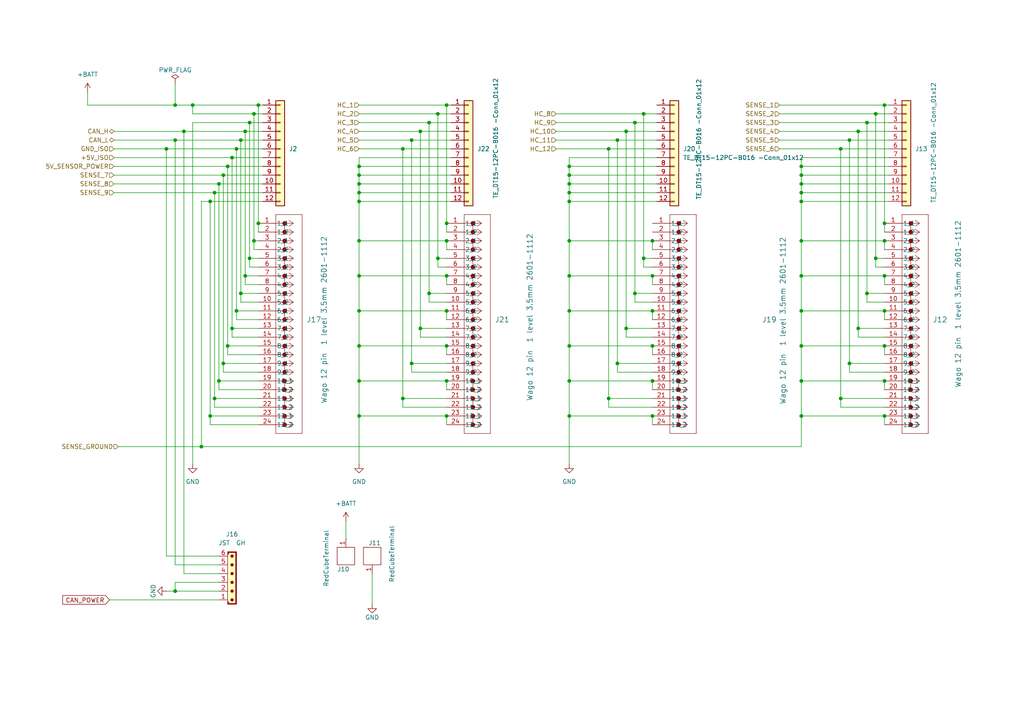
<source format=kicad_sch>
(kicad_sch (version 20250114) (generator "eeschema") (generator_version "9.0")
  (paper "A4")
  (title_block (title "l8"))
  (lib_symbols
    (symbol "dnt_global:Conn_JST_06"
      (property "Reference" "J" (at 0 -12.7 0))
      (property "Value" "JST  GH" (at 0 -10.16 0))
      (symbol "Conn_JST_06_0_1"
        (rectangle (start -1.27 7.62) (end 1.27 -7.62) (fill (type background)))
        (polyline (pts (xy -1.27 -6.858) (xy -1.27 -7.62) (xy 1.27 -7.62) (xy 1.27 -6.858) (xy 1.016 -6.858) (xy 1.016 -7.366) (xy -1.016 -7.366) (xy -1.016 -6.858) (xy -1.27 -6.858)) (fill (type outline)))
        (circle (center 0 6.35) (radius 0.381) (fill (type outline)))
        (circle (center 0 3.81) (radius 0.381) (fill (type outline)))
        (circle (center 0 1.27) (radius 0.381) (fill (type outline)))
        (circle (center 0 -1.27) (radius 0.381) (fill (type outline)))
        (circle (center 0 -3.81) (radius 0.381) (fill (type outline)))
        (circle (center 0 -6.35) (radius 0.381) (fill (type outline)))
        (rectangle (start 1.016 -6.858) (end 1.27 6.858) (fill (type outline)))
        (rectangle (start 1.016 -6.858) (end 1.27 -6.858))
        (polyline (pts (xy 1.27 6.858) (xy 1.27 7.62) (xy -1.27 7.62) (xy -1.27 6.858) (xy -1.016 6.858) (xy -1.016 7.366) (xy 1.016 7.366) (xy 1.016 6.858) (xy 1.27 6.858)) (fill (type outline)))
      )
      (symbol "Conn_JST_06_1_1"
        (pin passive line (at -3.81 6.35 0) (length 2.54) (name "") (number "1"))
        (pin passive line (at -3.81 3.81 0) (length 2.54) (name "") (number "2"))
        (pin passive line (at -3.81 1.27 0) (length 2.54) (name "") (number "3"))
        (pin passive line (at -3.81 -1.27 0) (length 2.54) (name "") (number "4"))
        (pin passive line (at -3.81 -3.81 0) (length 2.54) (name "") (number "5"))
        (pin passive line (at -3.81 -6.35 0) (length 2.54) (name "") (number "6"))
      )
    )
    (symbol "dnt_global:RedCubeTerminal" (pin_names (offset 1.016))
      (property "Reference" "J1" (at 5.08 -2.54 90))
      (property "Value" "RedCubeTerminal" (at -6.35 -5.715 0))
      (symbol "RedCubeTerminal_0_1"
        (rectangle (start -1.27 -2.54) (end 3.81 2.54))
      )
      (symbol "RedCubeTerminal_1_1"
        (pin passive line (at -3.81 0 0) (length 2.54) (name "~") (number "1"))
      )
    )
    (symbol "dnt_global:TE_DT15-12PC-B016-Conn_01x12" (pin_names (offset 1.016) (hide yes))
      (property "Reference" "J" (at 0 15.24 0))
      (property "Value" "TE_DT15-12PC-B016 -Conn_01x12" (at 0 -17.78 0))
      (symbol "TE_DT15-12PC-B016-Conn_01x12_1_1"
        (rectangle (start -1.27 13.97) (end 1.27 -16.51) (stroke (width 0.254)) (fill (type background)))
        (rectangle (start -1.27 12.827) (end 0 12.573) (stroke (width 0.1524)))
        (rectangle (start -1.27 10.287) (end 0 10.033) (stroke (width 0.1524)))
        (rectangle (start -1.27 7.747) (end 0 7.493) (stroke (width 0.1524)))
        (rectangle (start -1.27 5.207) (end 0 4.953) (stroke (width 0.1524)))
        (rectangle (start -1.27 2.667) (end 0 2.413) (stroke (width 0.1524)))
        (rectangle (start -1.27 0.127) (end 0 -0.127) (stroke (width 0.1524)))
        (rectangle (start -1.27 -2.413) (end 0 -2.667) (stroke (width 0.1524)))
        (rectangle (start -1.27 -4.953) (end 0 -5.207) (stroke (width 0.1524)))
        (rectangle (start -1.27 -7.493) (end 0 -7.747) (stroke (width 0.1524)))
        (rectangle (start -1.27 -10.033) (end 0 -10.287) (stroke (width 0.1524)))
        (rectangle (start -1.27 -12.573) (end 0 -12.827) (stroke (width 0.1524)))
        (rectangle (start -1.27 -15.113) (end 0 -15.367) (stroke (width 0.1524)))
        (pin passive line (at -5.08 12.7 0) (length 3.81) (name "Pin_1") (number "1"))
        (pin passive line (at -5.08 10.16 0) (length 3.81) (name "Pin_2") (number "2"))
        (pin passive line (at -5.08 7.62 0) (length 3.81) (name "Pin_3") (number "3"))
        (pin passive line (at -5.08 5.08 0) (length 3.81) (name "Pin_4") (number "4"))
        (pin passive line (at -5.08 2.54 0) (length 3.81) (name "Pin_5") (number "5"))
        (pin passive line (at -5.08 0 0) (length 3.81) (name "Pin_6") (number "6"))
        (pin passive line (at -5.08 -2.54 0) (length 3.81) (name "Pin_7") (number "7"))
        (pin passive line (at -5.08 -5.08 0) (length 3.81) (name "Pin_8") (number "8"))
        (pin passive line (at -5.08 -7.62 0) (length 3.81) (name "Pin_9") (number "9"))
        (pin passive line (at -5.08 -10.16 0) (length 3.81) (name "Pin_10") (number "10"))
        (pin passive line (at -5.08 -12.7 0) (length 3.81) (name "Pin_11") (number "11"))
        (pin passive line (at -5.08 -15.24 0) (length 3.81) (name "Pin_12") (number "12"))
      )
    )
    (symbol "dnt_global:Wago 12 Pin level 3.5mm 2601-1112" (pin_names (offset 0.254))
      (property "Reference" "J" (at 8.89 6.35 0))
      (property "Value" "Wago 12 pin  1 level 3.5mm 2601-1112" (at 0 0 0))
      (symbol "Wago 12 Pin level 3.5mm 2601-1112_1_1"
        (polyline (pts (xy 5.08 2.54) (xy 5.08 -60.96)) (stroke (width 0.127)))
        (polyline (pts (xy 5.08 -60.96) (xy 12.7 -60.96)) (stroke (width 0.127)))
        (polyline (pts (xy 7.62 0) (xy 7.62 -2.54)) (stroke (width 0.127)))
        (circle (center 7.62 0) (radius 0.127) (stroke (width 0.508)))
        (circle (center 7.62 -2.54) (radius 0.127) (stroke (width 0.508)))
        (polyline (pts (xy 7.62 -5.08) (xy 7.62 -7.62)) (stroke (width 0.127)))
        (circle (center 7.62 -5.08) (radius 0.127) (stroke (width 0.508)))
        (circle (center 7.62 -7.62) (radius 0.127) (stroke (width 0.508)))
        (polyline (pts (xy 7.62 -10.16) (xy 7.62 -12.7)) (stroke (width 0.127)))
        (circle (center 7.62 -10.16) (radius 0.127) (stroke (width 0.508)))
        (circle (center 7.62 -12.7) (radius 0.127) (stroke (width 0.508)))
        (polyline (pts (xy 7.62 -15.24) (xy 7.62 -17.78)) (stroke (width 0.127)))
        (circle (center 7.62 -15.24) (radius 0.127) (stroke (width 0.508)))
        (circle (center 7.62 -17.78) (radius 0.127) (stroke (width 0.508)))
        (polyline (pts (xy 7.62 -20.32) (xy 7.62 -22.86)) (stroke (width 0.127)))
        (circle (center 7.62 -20.32) (radius 0.127) (stroke (width 0.508)))
        (circle (center 7.62 -22.86) (radius 0.127) (stroke (width 0.508)))
        (polyline (pts (xy 7.62 -25.4) (xy 7.62 -27.94)) (stroke (width 0.127)))
        (circle (center 7.62 -25.4) (radius 0.127) (stroke (width 0.508)))
        (circle (center 7.62 -27.94) (radius 0.127) (stroke (width 0.508)))
        (polyline (pts (xy 7.62 -30.48) (xy 7.62 -33.02)) (stroke (width 0.127)))
        (circle (center 7.62 -30.48) (radius 0.127) (stroke (width 0.508)))
        (circle (center 7.62 -33.02) (radius 0.127) (stroke (width 0.508)))
        (polyline (pts (xy 7.62 -35.56) (xy 7.62 -38.1)) (stroke (width 0.127)))
        (circle (center 7.62 -35.56) (radius 0.127) (stroke (width 0.508)))
        (circle (center 7.62 -38.1) (radius 0.127) (stroke (width 0.508)))
        (polyline (pts (xy 7.62 -40.64) (xy 7.62 -43.18)) (stroke (width 0.127)))
        (circle (center 7.62 -40.64) (radius 0.127) (stroke (width 0.508)))
        (circle (center 7.62 -43.18) (radius 0.127) (stroke (width 0.508)))
        (polyline (pts (xy 7.62 -45.72) (xy 7.62 -48.26)) (stroke (width 0.127)))
        (circle (center 7.62 -45.72) (radius 0.127) (stroke (width 0.508)))
        (circle (center 7.62 -48.26) (radius 0.127) (stroke (width 0.508)))
        (polyline (pts (xy 7.62 -50.8) (xy 7.62 -53.34)) (stroke (width 0.127)))
        (circle (center 7.62 -50.8) (radius 0.127) (stroke (width 0.508)))
        (circle (center 7.62 -53.34) (radius 0.127) (stroke (width 0.508)))
        (polyline (pts (xy 7.62 -55.88) (xy 7.62 -58.42)) (stroke (width 0.127)))
        (circle (center 7.62 -55.88) (radius 0.127) (stroke (width 0.508)))
        (circle (center 7.62 -58.42) (radius 0.127) (stroke (width 0.508)))
        (polyline (pts (xy 10.16 0) (xy 5.08 0)) (stroke (width 0.127)))
        (polyline (pts (xy 10.16 0) (xy 8.89 0.8467)) (stroke (width 0.127)))
        (polyline (pts (xy 10.16 0) (xy 8.89 -0.8467)) (stroke (width 0.127)))
        (polyline (pts (xy 10.16 -2.54) (xy 5.08 -2.54)) (stroke (width 0.127)))
        (polyline (pts (xy 10.16 -2.54) (xy 8.89 -1.6933)) (stroke (width 0.127)))
        (polyline (pts (xy 10.16 -2.54) (xy 8.89 -3.3867)) (stroke (width 0.127)))
        (polyline (pts (xy 10.16 -5.08) (xy 5.08 -5.08)) (stroke (width 0.127)))
        (polyline (pts (xy 10.16 -5.08) (xy 8.89 -4.2333)) (stroke (width 0.127)))
        (polyline (pts (xy 10.16 -5.08) (xy 8.89 -5.9267)) (stroke (width 0.127)))
        (polyline (pts (xy 10.16 -7.62) (xy 5.08 -7.62)) (stroke (width 0.127)))
        (polyline (pts (xy 10.16 -7.62) (xy 8.89 -6.7733)) (stroke (width 0.127)))
        (polyline (pts (xy 10.16 -7.62) (xy 8.89 -8.4667)) (stroke (width 0.127)))
        (polyline (pts (xy 10.16 -10.16) (xy 5.08 -10.16)) (stroke (width 0.127)))
        (polyline (pts (xy 10.16 -10.16) (xy 8.89 -9.3133)) (stroke (width 0.127)))
        (polyline (pts (xy 10.16 -10.16) (xy 8.89 -11.0067)) (stroke (width 0.127)))
        (polyline (pts (xy 10.16 -12.7) (xy 5.08 -12.7)) (stroke (width 0.127)))
        (polyline (pts (xy 10.16 -12.7) (xy 8.89 -11.8533)) (stroke (width 0.127)))
        (polyline (pts (xy 10.16 -12.7) (xy 8.89 -13.5467)) (stroke (width 0.127)))
        (polyline (pts (xy 10.16 -15.24) (xy 5.08 -15.24)) (stroke (width 0.127)))
        (polyline (pts (xy 10.16 -15.24) (xy 8.89 -14.3933)) (stroke (width 0.127)))
        (polyline (pts (xy 10.16 -15.24) (xy 8.89 -16.0867)) (stroke (width 0.127)))
        (polyline (pts (xy 10.16 -17.78) (xy 5.08 -17.78)) (stroke (width 0.127)))
        (polyline (pts (xy 10.16 -17.78) (xy 8.89 -16.9333)) (stroke (width 0.127)))
        (polyline (pts (xy 10.16 -17.78) (xy 8.89 -18.6267)) (stroke (width 0.127)))
        (polyline (pts (xy 10.16 -20.32) (xy 5.08 -20.32)) (stroke (width 0.127)))
        (polyline (pts (xy 10.16 -20.32) (xy 8.89 -19.4733)) (stroke (width 0.127)))
        (polyline (pts (xy 10.16 -20.32) (xy 8.89 -21.1667)) (stroke (width 0.127)))
        (polyline (pts (xy 10.16 -22.86) (xy 5.08 -22.86)) (stroke (width 0.127)))
        (polyline (pts (xy 10.16 -22.86) (xy 8.89 -22.0133)) (stroke (width 0.127)))
        (polyline (pts (xy 10.16 -22.86) (xy 8.89 -23.7067)) (stroke (width 0.127)))
        (polyline (pts (xy 10.16 -25.4) (xy 5.08 -25.4)) (stroke (width 0.127)))
        (polyline (pts (xy 10.16 -25.4) (xy 8.89 -24.5533)) (stroke (width 0.127)))
        (polyline (pts (xy 10.16 -25.4) (xy 8.89 -26.2467)) (stroke (width 0.127)))
        (polyline (pts (xy 10.16 -27.94) (xy 5.08 -27.94)) (stroke (width 0.127)))
        (polyline (pts (xy 10.16 -27.94) (xy 8.89 -27.0933)) (stroke (width 0.127)))
        (polyline (pts (xy 10.16 -27.94) (xy 8.89 -28.7867)) (stroke (width 0.127)))
        (polyline (pts (xy 10.16 -30.48) (xy 5.08 -30.48)) (stroke (width 0.127)))
        (polyline (pts (xy 10.16 -30.48) (xy 8.89 -29.6333)) (stroke (width 0.127)))
        (polyline (pts (xy 10.16 -30.48) (xy 8.89 -31.3267)) (stroke (width 0.127)))
        (polyline (pts (xy 10.16 -33.02) (xy 5.08 -33.02)) (stroke (width 0.127)))
        (polyline (pts (xy 10.16 -33.02) (xy 8.89 -32.1733)) (stroke (width 0.127)))
        (polyline (pts (xy 10.16 -33.02) (xy 8.89 -33.8667)) (stroke (width 0.127)))
        (polyline (pts (xy 10.16 -35.56) (xy 5.08 -35.56)) (stroke (width 0.127)))
        (polyline (pts (xy 10.16 -35.56) (xy 8.89 -34.7133)) (stroke (width 0.127)))
        (polyline (pts (xy 10.16 -35.56) (xy 8.89 -36.4067)) (stroke (width 0.127)))
        (polyline (pts (xy 10.16 -38.1) (xy 5.08 -38.1)) (stroke (width 0.127)))
        (polyline (pts (xy 10.16 -38.1) (xy 8.89 -37.2533)) (stroke (width 0.127)))
        (polyline (pts (xy 10.16 -38.1) (xy 8.89 -38.9467)) (stroke (width 0.127)))
        (polyline (pts (xy 10.16 -40.64) (xy 5.08 -40.64)) (stroke (width 0.127)))
        (polyline (pts (xy 10.16 -40.64) (xy 8.89 -39.7933)) (stroke (width 0.127)))
        (polyline (pts (xy 10.16 -40.64) (xy 8.89 -41.4867)) (stroke (width 0.127)))
        (polyline (pts (xy 10.16 -43.18) (xy 5.08 -43.18)) (stroke (width 0.127)))
        (polyline (pts (xy 10.16 -43.18) (xy 8.89 -42.3333)) (stroke (width 0.127)))
        (polyline (pts (xy 10.16 -43.18) (xy 8.89 -44.0267)) (stroke (width 0.127)))
        (polyline (pts (xy 10.16 -45.72) (xy 5.08 -45.72)) (stroke (width 0.127)))
        (polyline (pts (xy 10.16 -45.72) (xy 8.89 -44.8733)) (stroke (width 0.127)))
        (polyline (pts (xy 10.16 -45.72) (xy 8.89 -46.5667)) (stroke (width 0.127)))
        (polyline (pts (xy 10.16 -48.26) (xy 5.08 -48.26)) (stroke (width 0.127)))
        (polyline (pts (xy 10.16 -48.26) (xy 8.89 -47.4133)) (stroke (width 0.127)))
        (polyline (pts (xy 10.16 -48.26) (xy 8.89 -49.1067)) (stroke (width 0.127)))
        (polyline (pts (xy 10.16 -50.8) (xy 5.08 -50.8)) (stroke (width 0.127)))
        (polyline (pts (xy 10.16 -50.8) (xy 8.89 -49.9533)) (stroke (width 0.127)))
        (polyline (pts (xy 10.16 -50.8) (xy 8.89 -51.6467)) (stroke (width 0.127)))
        (polyline (pts (xy 10.16 -53.34) (xy 5.08 -53.34)) (stroke (width 0.127)))
        (polyline (pts (xy 10.16 -53.34) (xy 8.89 -52.4933)) (stroke (width 0.127)))
        (polyline (pts (xy 10.16 -53.34) (xy 8.89 -54.1867)) (stroke (width 0.127)))
        (polyline (pts (xy 10.16 -55.88) (xy 5.08 -55.88)) (stroke (width 0.127)))
        (polyline (pts (xy 10.16 -55.88) (xy 8.89 -55.0333)) (stroke (width 0.127)))
        (polyline (pts (xy 10.16 -55.88) (xy 8.89 -56.7267)) (stroke (width 0.127)))
        (polyline (pts (xy 10.16 -58.42) (xy 5.08 -58.42)) (stroke (width 0.127)))
        (polyline (pts (xy 10.16 -58.42) (xy 8.89 -57.5733)) (stroke (width 0.127)))
        (polyline (pts (xy 10.16 -58.42) (xy 8.89 -59.2667)) (stroke (width 0.127)))
        (polyline (pts (xy 12.7 2.54) (xy 5.08 2.54)) (stroke (width 0.127)))
        (polyline (pts (xy 12.7 -60.96) (xy 12.7 2.54)) (stroke (width 0.127)))
        (pin passive line (at 0 0 0) (length 5.08) (name "1_1") (number "1"))
        (pin passive line (at 0 -2.54 0) (length 5.08) (name "1_2") (number "2"))
        (pin passive line (at 0 -5.08 0) (length 5.08) (name "2_1") (number "3"))
        (pin passive line (at 0 -7.62 0) (length 5.08) (name "2_2") (number "4"))
        (pin passive line (at 0 -10.16 0) (length 5.08) (name "3_1") (number "5"))
        (pin passive line (at 0 -12.7 0) (length 5.08) (name "3_2") (number "6"))
        (pin passive line (at 0 -15.24 0) (length 5.08) (name "4_1") (number "7"))
        (pin passive line (at 0 -17.78 0) (length 5.08) (name "4_2") (number "8"))
        (pin passive line (at 0 -20.32 0) (length 5.08) (name "5_1") (number "9"))
        (pin passive line (at 0 -22.86 0) (length 5.08) (name "5_2") (number "10"))
        (pin passive line (at 0 -25.4 0) (length 5.08) (name "6_1") (number "11"))
        (pin passive line (at 0 -27.94 0) (length 5.08) (name "6_2") (number "12"))
        (pin passive line (at 0 -30.48 0) (length 5.08) (name "7_1") (number "13"))
        (pin passive line (at 0 -33.02 0) (length 5.08) (name "7_2") (number "14"))
        (pin passive line (at 0 -35.56 0) (length 5.08) (name "8_1") (number "15"))
        (pin passive line (at 0 -38.1 0) (length 5.08) (name "8_2") (number "16"))
        (pin passive line (at 0 -40.64 0) (length 5.08) (name "9_1") (number "17"))
        (pin passive line (at 0 -43.18 0) (length 5.08) (name "9_2") (number "18"))
        (pin passive line (at 0 -45.72 0) (length 5.08) (name "10_1") (number "19"))
        (pin passive line (at 0 -48.26 0) (length 5.08) (name "10_2") (number "20"))
        (pin passive line (at 0 -50.8 0) (length 5.08) (name "11_1") (number "21"))
        (pin passive line (at 0 -53.34 0) (length 5.08) (name "11_2") (number "22"))
        (pin passive line (at 0 -55.88 0) (length 5.08) (name "12_1") (number "23"))
        (pin passive line (at 0 -58.42 0) (length 5.08) (name "12_2") (number "24"))
      )
      (symbol "Wago 12 Pin level 3.5mm 2601-1112_1_2"
        (polyline (pts (xy 5.08 2.54) (xy 5.08 -60.96)) (stroke (width 0.127)))
        (polyline (pts (xy 5.08 -60.96) (xy 12.7 -60.96)) (stroke (width 0.127)))
        (polyline (pts (xy 7.62 0) (xy 7.62 -2.54)) (stroke (width 0.127)))
        (circle (center 7.62 0) (radius 0.127) (stroke (width 0.508)))
        (circle (center 7.62 -2.54) (radius 0.127) (stroke (width 0.508)))
        (polyline (pts (xy 7.62 -5.08) (xy 7.62 -7.62)) (stroke (width 0.127)))
        (circle (center 7.62 -5.08) (radius 0.127) (stroke (width 0.508)))
        (circle (center 7.62 -7.62) (radius 0.127) (stroke (width 0.508)))
        (polyline (pts (xy 7.62 -10.16) (xy 7.62 -12.7)) (stroke (width 0.127)))
        (circle (center 7.62 -10.16) (radius 0.127) (stroke (width 0.508)))
        (circle (center 7.62 -12.7) (radius 0.127) (stroke (width 0.508)))
        (polyline (pts (xy 7.62 -15.24) (xy 7.62 -17.78)) (stroke (width 0.127)))
        (circle (center 7.62 -15.24) (radius 0.127) (stroke (width 0.508)))
        (circle (center 7.62 -17.78) (radius 0.127) (stroke (width 0.508)))
        (polyline (pts (xy 7.62 -20.32) (xy 7.62 -22.86)) (stroke (width 0.127)))
        (circle (center 7.62 -20.32) (radius 0.127) (stroke (width 0.508)))
        (circle (center 7.62 -22.86) (radius 0.127) (stroke (width 0.508)))
        (polyline (pts (xy 7.62 -25.4) (xy 7.62 -27.94)) (stroke (width 0.127)))
        (circle (center 7.62 -25.4) (radius 0.127) (stroke (width 0.508)))
        (circle (center 7.62 -27.94) (radius 0.127) (stroke (width 0.508)))
        (polyline (pts (xy 7.62 -30.48) (xy 7.62 -33.02)) (stroke (width 0.127)))
        (circle (center 7.62 -30.48) (radius 0.127) (stroke (width 0.508)))
        (circle (center 7.62 -33.02) (radius 0.127) (stroke (width 0.508)))
        (polyline (pts (xy 7.62 -35.56) (xy 7.62 -38.1)) (stroke (width 0.127)))
        (circle (center 7.62 -35.56) (radius 0.127) (stroke (width 0.508)))
        (circle (center 7.62 -38.1) (radius 0.127) (stroke (width 0.508)))
        (polyline (pts (xy 7.62 -40.64) (xy 7.62 -43.18)) (stroke (width 0.127)))
        (circle (center 7.62 -40.64) (radius 0.127) (stroke (width 0.508)))
        (circle (center 7.62 -43.18) (radius 0.127) (stroke (width 0.508)))
        (polyline (pts (xy 7.62 -45.72) (xy 7.62 -48.26)) (stroke (width 0.127)))
        (circle (center 7.62 -45.72) (radius 0.127) (stroke (width 0.508)))
        (circle (center 7.62 -48.26) (radius 0.127) (stroke (width 0.508)))
        (polyline (pts (xy 7.62 -50.8) (xy 7.62 -53.34)) (stroke (width 0.127)))
        (circle (center 7.62 -50.8) (radius 0.127) (stroke (width 0.508)))
        (circle (center 7.62 -53.34) (radius 0.127) (stroke (width 0.508)))
        (polyline (pts (xy 7.62 -55.88) (xy 7.62 -58.42)) (stroke (width 0.127)))
        (circle (center 7.62 -55.88) (radius 0.127) (stroke (width 0.508)))
        (circle (center 7.62 -58.42) (radius 0.127) (stroke (width 0.508)))
        (polyline (pts (xy 10.16 0) (xy 5.08 0)) (stroke (width 0.127)))
        (polyline (pts (xy 10.16 0) (xy 8.89 0.8467)) (stroke (width 0.127)))
        (polyline (pts (xy 10.16 0) (xy 8.89 -0.8467)) (stroke (width 0.127)))
        (polyline (pts (xy 10.16 -2.54) (xy 5.08 -2.54)) (stroke (width 0.127)))
        (polyline (pts (xy 10.16 -2.54) (xy 8.89 -1.6933)) (stroke (width 0.127)))
        (polyline (pts (xy 10.16 -2.54) (xy 8.89 -3.3867)) (stroke (width 0.127)))
        (polyline (pts (xy 10.16 -5.08) (xy 5.08 -5.08)) (stroke (width 0.127)))
        (polyline (pts (xy 10.16 -5.08) (xy 8.89 -4.2333)) (stroke (width 0.127)))
        (polyline (pts (xy 10.16 -5.08) (xy 8.89 -5.9267)) (stroke (width 0.127)))
        (polyline (pts (xy 10.16 -7.62) (xy 5.08 -7.62)) (stroke (width 0.127)))
        (polyline (pts (xy 10.16 -7.62) (xy 8.89 -6.7733)) (stroke (width 0.127)))
        (polyline (pts (xy 10.16 -7.62) (xy 8.89 -8.4667)) (stroke (width 0.127)))
        (polyline (pts (xy 10.16 -10.16) (xy 5.08 -10.16)) (stroke (width 0.127)))
        (polyline (pts (xy 10.16 -10.16) (xy 8.89 -9.3133)) (stroke (width 0.127)))
        (polyline (pts (xy 10.16 -10.16) (xy 8.89 -11.0067)) (stroke (width 0.127)))
        (polyline (pts (xy 10.16 -12.7) (xy 5.08 -12.7)) (stroke (width 0.127)))
        (polyline (pts (xy 10.16 -12.7) (xy 8.89 -11.8533)) (stroke (width 0.127)))
        (polyline (pts (xy 10.16 -12.7) (xy 8.89 -13.5467)) (stroke (width 0.127)))
        (polyline (pts (xy 10.16 -15.24) (xy 5.08 -15.24)) (stroke (width 0.127)))
        (polyline (pts (xy 10.16 -15.24) (xy 8.89 -14.3933)) (stroke (width 0.127)))
        (polyline (pts (xy 10.16 -15.24) (xy 8.89 -16.0867)) (stroke (width 0.127)))
        (polyline (pts (xy 10.16 -17.78) (xy 5.08 -17.78)) (stroke (width 0.127)))
        (polyline (pts (xy 10.16 -17.78) (xy 8.89 -16.9333)) (stroke (width 0.127)))
        (polyline (pts (xy 10.16 -17.78) (xy 8.89 -18.6267)) (stroke (width 0.127)))
        (polyline (pts (xy 10.16 -20.32) (xy 5.08 -20.32)) (stroke (width 0.127)))
        (polyline (pts (xy 10.16 -20.32) (xy 8.89 -19.4733)) (stroke (width 0.127)))
        (polyline (pts (xy 10.16 -20.32) (xy 8.89 -21.1667)) (stroke (width 0.127)))
        (polyline (pts (xy 10.16 -22.86) (xy 5.08 -22.86)) (stroke (width 0.127)))
        (polyline (pts (xy 10.16 -22.86) (xy 8.89 -22.0133)) (stroke (width 0.127)))
        (polyline (pts (xy 10.16 -22.86) (xy 8.89 -23.7067)) (stroke (width 0.127)))
        (polyline (pts (xy 10.16 -25.4) (xy 5.08 -25.4)) (stroke (width 0.127)))
        (polyline (pts (xy 10.16 -25.4) (xy 8.89 -24.5533)) (stroke (width 0.127)))
        (polyline (pts (xy 10.16 -25.4) (xy 8.89 -26.2467)) (stroke (width 0.127)))
        (polyline (pts (xy 10.16 -27.94) (xy 5.08 -27.94)) (stroke (width 0.127)))
        (polyline (pts (xy 10.16 -27.94) (xy 8.89 -27.0933)) (stroke (width 0.127)))
        (polyline (pts (xy 10.16 -27.94) (xy 8.89 -28.7867)) (stroke (width 0.127)))
        (polyline (pts (xy 10.16 -30.48) (xy 5.08 -30.48)) (stroke (width 0.127)))
        (polyline (pts (xy 10.16 -30.48) (xy 8.89 -29.6333)) (stroke (width 0.127)))
        (polyline (pts (xy 10.16 -30.48) (xy 8.89 -31.3267)) (stroke (width 0.127)))
        (polyline (pts (xy 10.16 -33.02) (xy 5.08 -33.02)) (stroke (width 0.127)))
        (polyline (pts (xy 10.16 -33.02) (xy 8.89 -32.1733)) (stroke (width 0.127)))
        (polyline (pts (xy 10.16 -33.02) (xy 8.89 -33.8667)) (stroke (width 0.127)))
        (polyline (pts (xy 10.16 -35.56) (xy 5.08 -35.56)) (stroke (width 0.127)))
        (polyline (pts (xy 10.16 -35.56) (xy 8.89 -34.7133)) (stroke (width 0.127)))
        (polyline (pts (xy 10.16 -35.56) (xy 8.89 -36.4067)) (stroke (width 0.127)))
        (polyline (pts (xy 10.16 -38.1) (xy 5.08 -38.1)) (stroke (width 0.127)))
        (polyline (pts (xy 10.16 -38.1) (xy 8.89 -37.2533)) (stroke (width 0.127)))
        (polyline (pts (xy 10.16 -38.1) (xy 8.89 -38.9467)) (stroke (width 0.127)))
        (polyline (pts (xy 10.16 -40.64) (xy 5.08 -40.64)) (stroke (width 0.127)))
        (polyline (pts (xy 10.16 -40.64) (xy 8.89 -39.7933)) (stroke (width 0.127)))
        (polyline (pts (xy 10.16 -40.64) (xy 8.89 -41.4867)) (stroke (width 0.127)))
        (polyline (pts (xy 10.16 -43.18) (xy 5.08 -43.18)) (stroke (width 0.127)))
        (polyline (pts (xy 10.16 -43.18) (xy 8.89 -42.3333)) (stroke (width 0.127)))
        (polyline (pts (xy 10.16 -43.18) (xy 8.89 -44.0267)) (stroke (width 0.127)))
        (polyline (pts (xy 10.16 -45.72) (xy 5.08 -45.72)) (stroke (width 0.127)))
        (polyline (pts (xy 10.16 -45.72) (xy 8.89 -44.8733)) (stroke (width 0.127)))
        (polyline (pts (xy 10.16 -45.72) (xy 8.89 -46.5667)) (stroke (width 0.127)))
        (polyline (pts (xy 10.16 -48.26) (xy 5.08 -48.26)) (stroke (width 0.127)))
        (polyline (pts (xy 10.16 -48.26) (xy 8.89 -47.4133)) (stroke (width 0.127)))
        (polyline (pts (xy 10.16 -48.26) (xy 8.89 -49.1067)) (stroke (width 0.127)))
        (polyline (pts (xy 10.16 -50.8) (xy 5.08 -50.8)) (stroke (width 0.127)))
        (polyline (pts (xy 10.16 -50.8) (xy 8.89 -49.9533)) (stroke (width 0.127)))
        (polyline (pts (xy 10.16 -50.8) (xy 8.89 -51.6467)) (stroke (width 0.127)))
        (polyline (pts (xy 10.16 -53.34) (xy 5.08 -53.34)) (stroke (width 0.127)))
        (polyline (pts (xy 10.16 -53.34) (xy 8.89 -52.4933)) (stroke (width 0.127)))
        (polyline (pts (xy 10.16 -53.34) (xy 8.89 -54.1867)) (stroke (width 0.127)))
        (polyline (pts (xy 10.16 -55.88) (xy 5.08 -55.88)) (stroke (width 0.127)))
        (polyline (pts (xy 10.16 -55.88) (xy 8.89 -55.0333)) (stroke (width 0.127)))
        (polyline (pts (xy 10.16 -55.88) (xy 8.89 -56.7267)) (stroke (width 0.127)))
        (polyline (pts (xy 10.16 -58.42) (xy 5.08 -58.42)) (stroke (width 0.127)))
        (polyline (pts (xy 10.16 -58.42) (xy 8.89 -57.5733)) (stroke (width 0.127)))
        (polyline (pts (xy 10.16 -58.42) (xy 8.89 -59.2667)) (stroke (width 0.127)))
        (polyline (pts (xy 12.7 2.54) (xy 5.08 2.54)) (stroke (width 0.127)))
        (polyline (pts (xy 12.7 -60.96) (xy 12.7 2.54)) (stroke (width 0.127)))
        (pin unspecified line (at 0 0 0) (length 5.08) (name "1_1") (number "1"))
        (pin unspecified line (at 0 -2.54 0) (length 5.08) (name "1_2") (number "2"))
        (pin unspecified line (at 0 -5.08 0) (length 5.08) (name "2_1") (number "3"))
        (pin unspecified line (at 0 -7.62 0) (length 5.08) (name "2_2") (number "4"))
        (pin unspecified line (at 0 -10.16 0) (length 5.08) (name "3_1") (number "5"))
        (pin unspecified line (at 0 -12.7 0) (length 5.08) (name "3_2") (number "6"))
        (pin unspecified line (at 0 -15.24 0) (length 5.08) (name "4_1") (number "7"))
        (pin unspecified line (at 0 -17.78 0) (length 5.08) (name "4_2") (number "8"))
        (pin unspecified line (at 0 -20.32 0) (length 5.08) (name "5_1") (number "9"))
        (pin unspecified line (at 0 -22.86 0) (length 5.08) (name "5_2") (number "10"))
        (pin unspecified line (at 0 -25.4 0) (length 5.08) (name "6_1") (number "11"))
        (pin unspecified line (at 0 -27.94 0) (length 5.08) (name "6_2") (number "12"))
        (pin unspecified line (at 0 -30.48 0) (length 5.08) (name "7_1") (number "13"))
        (pin unspecified line (at 0 -33.02 0) (length 5.08) (name "7_2") (number "14"))
        (pin unspecified line (at 0 -35.56 0) (length 5.08) (name "8_1") (number "15"))
        (pin unspecified line (at 0 -38.1 0) (length 5.08) (name "8_2") (number "16"))
        (pin unspecified line (at 0 -40.64 0) (length 5.08) (name "9_1") (number "17"))
        (pin unspecified line (at 0 -43.18 0) (length 5.08) (name "9_2") (number "18"))
        (pin unspecified line (at 0 -45.72 0) (length 5.08) (name "10_1") (number "19"))
        (pin unspecified line (at 0 -48.26 0) (length 5.08) (name "10_2") (number "20"))
        (pin unspecified line (at 0 -50.8 0) (length 5.08) (name "11_1") (number "21"))
        (pin unspecified line (at 0 -53.34 0) (length 5.08) (name "11_2") (number "22"))
        (pin unspecified line (at 0 -55.88 0) (length 5.08) (name "12_1") (number "23"))
        (pin unspecified line (at 0 -58.42 0) (length 5.08) (name "12_2") (number "24"))
      )
    )
    (symbol "power:+BATT" (power) (pin_numbers (hide yes)) (pin_names (offset 0) (hide yes))
      (property "Value" "+BATT" (at 0 3.556 0))
      (symbol "+BATT_0_1"
        (polyline (pts (xy -0.762 1.27) (xy 0 2.54)))
        (polyline (pts (xy 0 2.54) (xy 0.762 1.27)))
        (polyline (pts (xy 0 0) (xy 0 2.54)))
      )
      (symbol "+BATT_1_1"
        (pin power_in line (at 0 0 90) (length 0) (name "~") (number "1"))
      )
    )
    (symbol "power:GND" (power) (pin_numbers (hide yes)) (pin_names (offset 0) (hide yes))
      (property "Value" "GND" (at 0 -3.81 0))
      (symbol "GND_0_1"
        (polyline (pts (xy 0 0) (xy 0 -1.27) (xy 1.27 -1.27) (xy 0 -2.54) (xy -1.27 -1.27) (xy 0 -1.27)))
      )
      (symbol "GND_1_1"
        (pin power_in line (at 0 0 270) (length 0) (name "~") (number "1"))
      )
    )
    (symbol "power:PWR_FLAG" (power) (pin_numbers (hide yes)) (pin_names (offset 0) (hide yes))
      (property "Value" "PWR_FLAG" (at 0 3.81 0))
      (symbol "PWR_FLAG_0_0"
        (pin power_out line (at 0 0 90) (length 0) (name "~") (number "1"))
      )
      (symbol "PWR_FLAG_0_1"
        (polyline (pts (xy 0 0) (xy 0 1.27) (xy -1.016 1.905) (xy 0 2.54) (xy 1.016 1.905) (xy 0 1.27)))
      )
    )
  )
  (junction (at 104.14 69.85))
  (junction (at 256.54 90.17))
  (junction (at 127 33.02))
  (junction (at 129.54 110.49))
  (junction (at 232.41 90.17))
  (junction (at 104.14 120.65))
  (junction (at 184.15 85.09))
  (junction (at 129.54 80.01))
  (junction (at 176.53 115.57))
  (junction (at 73.66 69.85))
  (junction (at 256.54 64.77))
  (junction (at 165.1 58.42))
  (junction (at 179.07 105.41))
  (junction (at 189.23 69.85))
  (junction (at 181.61 95.25))
  (junction (at 165.1 69.85))
  (junction (at 121.92 95.25))
  (junction (at 256.54 30.48))
  (junction (at 63.5 110.49))
  (junction (at 256.54 80.01))
  (junction (at 256.54 110.49))
  (junction (at 53.34 38.1))
  (junction (at 129.54 100.33))
  (junction (at 256.54 120.65))
  (junction (at 119.38 105.41))
  (junction (at 71.12 80.01))
  (junction (at 67.31 45.72))
  (junction (at 243.84 43.18))
  (junction (at 69.85 85.09))
  (junction (at 129.54 30.48))
  (junction (at 74.93 64.77))
  (junction (at 104.14 90.17))
  (junction (at 50.8 40.64))
  (junction (at 189.23 80.01))
  (junction (at 124.46 35.56))
  (junction (at 232.41 58.42))
  (junction (at 66.04 48.26))
  (junction (at 124.46 85.09))
  (junction (at 64.77 105.41))
  (junction (at 248.92 95.25))
  (junction (at 165.1 110.49))
  (junction (at 232.41 53.34))
  (junction (at 129.54 120.65))
  (junction (at 121.92 38.1))
  (junction (at 129.54 90.17))
  (junction (at 189.23 110.49))
  (junction (at 104.14 50.8))
  (junction (at 72.39 35.56))
  (junction (at 50.8 30.48))
  (junction (at 232.41 120.65))
  (junction (at 60.96 120.65))
  (junction (at 64.77 50.8))
  (junction (at 165.1 80.01))
  (junction (at 189.23 90.17))
  (junction (at 165.1 100.33))
  (junction (at 129.54 69.85))
  (junction (at 104.14 55.88))
  (junction (at 246.38 105.41))
  (junction (at 104.14 100.33))
  (junction (at 232.41 80.01))
  (junction (at 246.38 40.64))
  (junction (at 116.84 115.57))
  (junction (at 62.23 115.57))
  (junction (at 181.61 38.1))
  (junction (at 232.41 110.49))
  (junction (at 48.26 43.18))
  (junction (at 104.14 48.26))
  (junction (at 251.46 35.56))
  (junction (at 232.41 69.85))
  (junction (at 251.46 85.09))
  (junction (at 165.1 120.65))
  (junction (at 58.42 129.54))
  (junction (at 104.14 110.49))
  (junction (at 62.23 55.88))
  (junction (at 104.14 80.01))
  (junction (at 254 74.93))
  (junction (at 68.58 90.17))
  (junction (at 63.5 53.34))
  (junction (at 254 33.02))
  (junction (at 67.31 95.25))
  (junction (at 189.23 100.33))
  (junction (at 165.1 55.88))
  (junction (at 179.07 40.64))
  (junction (at 165.1 53.34))
  (junction (at 71.12 38.1))
  (junction (at 74.93 30.48))
  (junction (at 248.92 38.1))
  (junction (at 165.1 90.17))
  (junction (at 66.04 100.33))
  (junction (at 232.41 55.88))
  (junction (at 184.15 35.56))
  (junction (at 165.1 48.26))
  (junction (at 73.66 33.02))
  (junction (at 104.14 53.34))
  (junction (at 176.53 43.18))
  (junction (at 165.1 50.8))
  (junction (at 116.84 43.18))
  (junction (at 119.38 40.64))
  (junction (at 50.8 171.45))
  (junction (at 189.23 120.65))
  (junction (at 186.69 74.93))
  (junction (at 68.58 43.18))
  (junction (at 186.69 33.02))
  (junction (at 69.85 40.64))
  (junction (at 232.41 50.8))
  (junction (at 60.96 58.42))
  (junction (at 232.41 48.26))
  (junction (at 256.54 100.33))
  (junction (at 104.14 58.42))
  (junction (at 127 74.93))
  (junction (at 256.54 69.85))
  (junction (at 72.39 74.93))
  (junction (at 129.54 64.77))
  (junction (at 232.41 100.33))
  (junction (at 55.88 30.48))
  (junction (at 243.84 115.57))
  (wire (pts (xy 127 77.47) (xy 127 74.93)))
  (wire (pts (xy 116.84 115.57) (xy 116.84 118.11)))
  (wire (pts (xy 76.2 35.56) (xy 72.39 35.56)))
  (wire (pts (xy 165.1 110.49) (xy 189.23 110.49)))
  (wire (pts (xy 72.39 35.56) (xy 72.39 74.93)))
  (wire (pts (xy 76.2 30.48) (xy 74.93 30.48)))
  (wire (pts (xy 232.41 120.65) (xy 232.41 129.54)))
  (wire (pts (xy 129.54 120.65) (xy 129.54 123.19)))
  (wire (pts (xy 186.69 77.47) (xy 189.23 77.47)))
  (wire (pts (xy 69.85 87.63) (xy 69.85 85.09)))
  (wire (pts (xy 104.14 80.01) (xy 129.54 80.01)))
  (wire (pts (xy 33.02 38.1) (xy 53.34 38.1)))
  (wire (pts (xy 165.1 45.72) (xy 165.1 48.26)))
  (wire (pts (xy 74.93 123.19) (xy 60.96 123.19)))
  (wire (pts (xy 53.34 38.1) (xy 53.34 166.37)))
  (wire (pts (xy 76.2 38.1) (xy 71.12 38.1)))
  (wire (pts (xy 181.61 97.79) (xy 189.23 97.79)))
  (wire (pts (xy 246.38 107.95) (xy 256.54 107.95)))
  (wire (pts (xy 67.31 97.79) (xy 74.93 97.79)))
  (wire (pts (xy 104.14 50.8) (xy 130.81 50.8)))
  (wire (pts (xy 62.23 118.11) (xy 62.23 115.57)))
  (wire (pts (xy 226.06 43.18) (xy 243.84 43.18)))
  (wire (pts (xy 121.92 38.1) (xy 130.81 38.1)))
  (wire (pts (xy 104.14 53.34) (xy 130.81 53.34)))
  (wire (pts (xy 64.77 50.8) (xy 64.77 105.41)))
  (wire (pts (xy 60.96 58.42) (xy 76.2 58.42)))
  (wire (pts (xy 232.41 69.85) (xy 232.41 80.01)))
  (wire (pts (xy 72.39 35.56) (xy 55.88 35.56)))
  (wire (pts (xy 165.1 53.34) (xy 190.5 53.34)))
  (wire (pts (xy 121.92 97.79) (xy 129.54 97.79)))
  (wire (pts (xy 246.38 107.95) (xy 246.38 105.41)))
  (wire (pts (xy 181.61 95.25) (xy 189.23 95.25)))
  (wire (pts (xy 226.06 30.48) (xy 256.54 30.48)))
  (wire (pts (xy 104.14 35.56) (xy 124.46 35.56)))
  (wire (pts (xy 63.5 53.34) (xy 63.5 110.49)))
  (wire (pts (xy 66.04 102.87) (xy 74.93 102.87)))
  (wire (pts (xy 165.1 80.01) (xy 189.23 80.01)))
  (wire (pts (xy 72.39 74.93) (xy 74.93 74.93)))
  (wire (pts (xy 129.54 69.85) (xy 129.54 72.39)))
  (wire (pts (xy 232.41 50.8) (xy 232.41 53.34)))
  (wire (pts (xy 71.12 82.55) (xy 71.12 80.01)))
  (wire (pts (xy 176.53 43.18) (xy 190.5 43.18)))
  (wire (pts (xy 232.41 90.17) (xy 232.41 100.33)))
  (wire (pts (xy 69.85 40.64) (xy 50.8 40.64)))
  (wire (pts (xy 116.84 43.18) (xy 130.81 43.18)))
  (wire (pts (xy 63.5 163.83) (xy 50.8 163.83)))
  (wire (pts (xy 63.5 53.34) (xy 33.02 53.34)))
  (wire (pts (xy 119.38 107.95) (xy 129.54 107.95)))
  (wire (pts (xy 60.96 120.65) (xy 74.93 120.65)))
  (wire (pts (xy 179.07 107.95) (xy 179.07 105.41)))
  (wire (pts (xy 64.77 107.95) (xy 74.93 107.95)))
  (wire (pts (xy 165.1 120.65) (xy 165.1 134.62)))
  (wire (pts (xy 232.41 120.65) (xy 256.54 120.65)))
  (wire (pts (xy 104.14 90.17) (xy 104.14 100.33)))
  (wire (pts (xy 104.14 69.85) (xy 129.54 69.85)))
  (wire (pts (xy 181.61 97.79) (xy 181.61 95.25)))
  (wire (pts (xy 58.42 58.42) (xy 60.96 58.42)))
  (wire (pts (xy 58.42 129.54) (xy 232.41 129.54)))
  (wire (pts (xy 251.46 87.63) (xy 256.54 87.63)))
  (wire (pts (xy 104.14 100.33) (xy 104.14 110.49)))
  (wire (pts (xy 165.1 53.34) (xy 165.1 55.88)))
  (wire (pts (xy 121.92 38.1) (xy 121.92 95.25)))
  (wire (pts (xy 74.93 67.31) (xy 74.93 64.77)))
  (wire (pts (xy 232.41 100.33) (xy 232.41 110.49)))
  (wire (pts (xy 165.1 100.33) (xy 189.23 100.33)))
  (wire (pts (xy 124.46 85.09) (xy 129.54 85.09)))
  (wire (pts (xy 226.06 38.1) (xy 248.92 38.1)))
  (wire (pts (xy 165.1 58.42) (xy 165.1 69.85)))
  (wire (pts (xy 104.14 38.1) (xy 121.92 38.1)))
  (wire (pts (xy 127 33.02) (xy 127 74.93)))
  (wire (pts (xy 246.38 40.64) (xy 257.81 40.64)))
  (wire (pts (xy 69.85 87.63) (xy 74.93 87.63)))
  (wire (pts (xy 64.77 107.95) (xy 64.77 105.41)))
  (wire (pts (xy 104.14 45.72) (xy 104.14 48.26)))
  (wire (pts (xy 104.14 120.65) (xy 104.14 134.62)))
  (wire (pts (xy 189.23 82.55) (xy 189.23 80.01)))
  (wire (pts (xy 121.92 97.79) (xy 121.92 95.25)))
  (wire (pts (xy 104.14 30.48) (xy 129.54 30.48)))
  (wire (pts (xy 251.46 87.63) (xy 251.46 85.09)))
  (wire (pts (xy 104.14 100.33) (xy 129.54 100.33)))
  (wire (pts (xy 121.92 95.25) (xy 129.54 95.25)))
  (wire (pts (xy 165.1 50.8) (xy 190.5 50.8)))
  (wire (pts (xy 50.8 40.64) (xy 33.02 40.64)))
  (wire (pts (xy 256.54 110.49) (xy 256.54 113.03)))
  (wire (pts (xy 124.46 85.09) (xy 124.46 87.63)))
  (wire (pts (xy 176.53 115.57) (xy 176.53 118.11)))
  (wire (pts (xy 68.58 92.71) (xy 74.93 92.71)))
  (wire (pts (xy 67.31 45.72) (xy 67.31 95.25)))
  (wire (pts (xy 50.8 168.91) (xy 50.8 171.45)))
  (wire (pts (xy 71.12 38.1) (xy 71.12 80.01)))
  (wire (pts (xy 63.5 166.37) (xy 53.34 166.37)))
  (wire (pts (xy 129.54 92.71) (xy 129.54 90.17)))
  (wire (pts (xy 48.26 43.18) (xy 33.02 43.18)))
  (wire (pts (xy 76.2 43.18) (xy 68.58 43.18)))
  (wire (pts (xy 74.93 69.85) (xy 73.66 69.85)))
  (wire (pts (xy 181.61 38.1) (xy 190.5 38.1)))
  (wire (pts (xy 232.41 53.34) (xy 257.81 53.34)))
  (wire (pts (xy 66.04 102.87) (xy 66.04 100.33)))
  (wire (pts (xy 251.46 35.56) (xy 251.46 85.09)))
  (wire (pts (xy 104.14 53.34) (xy 104.14 55.88)))
  (wire (pts (xy 74.93 30.48) (xy 55.88 30.48)))
  (wire (pts (xy 232.41 90.17) (xy 256.54 90.17)))
  (wire (pts (xy 256.54 69.85) (xy 256.54 72.39)))
  (wire (pts (xy 256.54 100.33) (xy 256.54 102.87)))
  (wire (pts (xy 62.23 115.57) (xy 74.93 115.57)))
  (wire (pts (xy 186.69 33.02) (xy 190.5 33.02)))
  (wire (pts (xy 256.54 120.65) (xy 256.54 123.19)))
  (wire (pts (xy 50.8 40.64) (xy 50.8 163.83)))
  (wire (pts (xy 251.46 35.56) (xy 257.81 35.56)))
  (wire (pts (xy 104.14 55.88) (xy 104.14 58.42)))
  (wire (pts (xy 232.41 110.49) (xy 256.54 110.49)))
  (wire (pts (xy 71.12 82.55) (xy 74.93 82.55)))
  (wire (pts (xy 248.92 97.79) (xy 256.54 97.79)))
  (wire (pts (xy 186.69 74.93) (xy 189.23 74.93)))
  (wire (pts (xy 104.14 48.26) (xy 104.14 50.8)))
  (wire (pts (xy 76.2 48.26) (xy 66.04 48.26)))
  (wire (pts (xy 67.31 95.25) (xy 74.93 95.25)))
  (wire (pts (xy 76.2 45.72) (xy 67.31 45.72)))
  (wire (pts (xy 50.8 171.45) (xy 63.5 171.45)))
  (wire (pts (xy 124.46 35.56) (xy 130.81 35.56)))
  (wire (pts (xy 186.69 33.02) (xy 186.69 74.93)))
  (wire (pts (xy 119.38 107.95) (xy 119.38 105.41)))
  (wire (pts (xy 256.54 64.77) (xy 256.54 67.31)))
  (wire (pts (xy 119.38 105.41) (xy 129.54 105.41)))
  (wire (pts (xy 248.92 97.79) (xy 248.92 95.25)))
  (wire (pts (xy 257.81 30.48) (xy 256.54 30.48)))
  (wire (pts (xy 48.26 43.18) (xy 48.26 161.29)))
  (wire (pts (xy 104.14 90.17) (xy 129.54 90.17)))
  (wire (pts (xy 73.66 69.85) (xy 73.66 33.02)))
  (wire (pts (xy 165.1 55.88) (xy 165.1 58.42)))
  (wire (pts (xy 129.54 82.55) (xy 129.54 80.01)))
  (wire (pts (xy 246.38 40.64) (xy 246.38 105.41)))
  (wire (pts (xy 254 74.93) (xy 256.54 74.93)))
  (wire (pts (xy 165.1 50.8) (xy 165.1 53.34)))
  (wire (pts (xy 184.15 87.63) (xy 184.15 85.09)))
  (wire (pts (xy 176.53 43.18) (xy 161.29 43.18)))
  (wire (pts (xy 251.46 85.09) (xy 256.54 85.09)))
  (wire (pts (xy 165.1 69.85) (xy 165.1 80.01)))
  (wire (pts (xy 119.38 40.64) (xy 130.81 40.64)))
  (wire (pts (xy 124.46 35.56) (xy 124.46 85.09)))
  (wire (pts (xy 50.8 24.13) (xy 50.8 30.48)))
  (wire (pts (xy 186.69 77.47) (xy 186.69 74.93)))
  (wire (pts (xy 76.2 40.64) (xy 69.85 40.64)))
  (wire (pts (xy 63.5 110.49) (xy 74.93 110.49)))
  (wire (pts (xy 127 33.02) (xy 130.81 33.02)))
  (wire (pts (xy 116.84 118.11) (xy 129.54 118.11)))
  (wire (pts (xy 55.88 35.56) (xy 55.88 134.62)))
  (wire (pts (xy 232.41 110.49) (xy 232.41 120.65)))
  (wire (pts (xy 76.2 55.88) (xy 62.23 55.88)))
  (wire (pts (xy 248.92 95.25) (xy 256.54 95.25)))
  (wire (pts (xy 116.84 115.57) (xy 129.54 115.57)))
  (wire (pts (xy 130.81 30.48) (xy 129.54 30.48)))
  (wire (pts (xy 129.54 67.31) (xy 129.54 64.77)))
  (wire (pts (xy 72.39 77.47) (xy 72.39 74.93)))
  (wire (pts (xy 71.12 80.01) (xy 74.93 80.01)))
  (wire (pts (xy 25.4 30.48) (xy 50.8 30.48)))
  (wire (pts (xy 100.33 151.13) (xy 100.33 156.21)))
  (wire (pts (xy 165.1 55.88) (xy 190.5 55.88)))
  (wire (pts (xy 104.14 48.26) (xy 130.81 48.26)))
  (wire (pts (xy 107.95 166.37) (xy 107.95 175.26)))
  (wire (pts (xy 62.23 118.11) (xy 74.93 118.11)))
  (wire (pts (xy 248.92 38.1) (xy 257.81 38.1)))
  (wire (pts (xy 184.15 85.09) (xy 189.23 85.09)))
  (wire (pts (xy 246.38 105.41) (xy 256.54 105.41)))
  (wire (pts (xy 63.5 113.03) (xy 63.5 110.49)))
  (wire (pts (xy 176.53 118.11) (xy 189.23 118.11)))
  (wire (pts (xy 254 77.47) (xy 254 74.93)))
  (wire (pts (xy 104.14 33.02) (xy 127 33.02)))
  (wire (pts (xy 165.1 100.33) (xy 165.1 110.49)))
  (wire (pts (xy 243.84 43.18) (xy 243.84 115.57)))
  (wire (pts (xy 127 74.93) (xy 129.54 74.93)))
  (wire (pts (xy 31.75 173.99) (xy 63.5 173.99)))
  (wire (pts (xy 243.84 115.57) (xy 243.84 118.11)))
  (wire (pts (xy 73.66 72.39) (xy 73.66 69.85)))
  (wire (pts (xy 63.5 113.03) (xy 74.93 113.03)))
  (wire (pts (xy 68.58 43.18) (xy 48.26 43.18)))
  (wire (pts (xy 189.23 92.71) (xy 189.23 90.17)))
  (wire (pts (xy 232.41 80.01) (xy 232.41 90.17)))
  (wire (pts (xy 72.39 77.47) (xy 74.93 77.47)))
  (wire (pts (xy 232.41 48.26) (xy 257.81 48.26)))
  (wire (pts (xy 226.06 35.56) (xy 251.46 35.56)))
  (wire (pts (xy 67.31 97.79) (xy 67.31 95.25)))
  (wire (pts (xy 165.1 45.72) (xy 190.5 45.72)))
  (wire (pts (xy 179.07 40.64) (xy 161.29 40.64)))
  (wire (pts (xy 73.66 72.39) (xy 74.93 72.39)))
  (wire (pts (xy 189.23 102.87) (xy 189.23 100.33)))
  (wire (pts (xy 104.14 45.72) (xy 130.81 45.72)))
  (wire (pts (xy 25.4 26.67) (xy 25.4 30.48)))
  (wire (pts (xy 165.1 90.17) (xy 189.23 90.17)))
  (wire (pts (xy 48.26 171.45) (xy 50.8 171.45)))
  (wire (pts (xy 226.06 33.02) (xy 254 33.02)))
  (wire (pts (xy 243.84 43.18) (xy 257.81 43.18)))
  (wire (pts (xy 181.61 38.1) (xy 181.61 95.25)))
  (wire (pts (xy 176.53 115.57) (xy 189.23 115.57)))
  (wire (pts (xy 232.41 69.85) (xy 256.54 69.85)))
  (wire (pts (xy 232.41 100.33) (xy 256.54 100.33)))
  (wire (pts (xy 76.2 53.34) (xy 63.5 53.34)))
  (wire (pts (xy 124.46 87.63) (xy 129.54 87.63)))
  (wire (pts (xy 189.23 72.39) (xy 189.23 69.85)))
  (wire (pts (xy 64.77 105.41) (xy 74.93 105.41)))
  (wire (pts (xy 55.88 30.48) (xy 55.88 33.02)))
  (wire (pts (xy 62.23 55.88) (xy 62.23 115.57)))
  (wire (pts (xy 256.54 80.01) (xy 256.54 82.55)))
  (wire (pts (xy 69.85 40.64) (xy 69.85 85.09)))
  (wire (pts (xy 232.41 45.72) (xy 232.41 48.26)))
  (wire (pts (xy 165.1 80.01) (xy 165.1 90.17)))
  (wire (pts (xy 63.5 168.91) (xy 50.8 168.91)))
  (wire (pts (xy 119.38 40.64) (xy 119.38 105.41)))
  (wire (pts (xy 232.41 55.88) (xy 257.81 55.88)))
  (wire (pts (xy 104.14 69.85) (xy 104.14 80.01)))
  (wire (pts (xy 179.07 107.95) (xy 189.23 107.95)))
  (wire (pts (xy 254 77.47) (xy 256.54 77.47)))
  (wire (pts (xy 232.41 58.42) (xy 232.41 69.85)))
  (wire (pts (xy 68.58 43.18) (xy 68.58 90.17)))
  (wire (pts (xy 226.06 40.64) (xy 246.38 40.64)))
  (wire (pts (xy 68.58 90.17) (xy 74.93 90.17)))
  (wire (pts (xy 50.8 30.48) (xy 55.88 30.48)))
  (wire (pts (xy 71.12 38.1) (xy 53.34 38.1)))
  (wire (pts (xy 181.61 38.1) (xy 161.29 38.1)))
  (wire (pts (xy 116.84 43.18) (xy 116.84 115.57)))
  (wire (pts (xy 184.15 35.56) (xy 190.5 35.56)))
  (wire (pts (xy 165.1 90.17) (xy 165.1 100.33)))
  (wire (pts (xy 254 33.02) (xy 254 74.93)))
  (wire (pts (xy 243.84 118.11) (xy 256.54 118.11)))
  (wire (pts (xy 165.1 110.49) (xy 165.1 120.65)))
  (wire (pts (xy 165.1 69.85) (xy 189.23 69.85)))
  (wire (pts (xy 34.29 129.54) (xy 58.42 129.54)))
  (wire (pts (xy 76.2 50.8) (xy 64.77 50.8)))
  (wire (pts (xy 104.14 120.65) (xy 129.54 120.65)))
  (wire (pts (xy 161.29 35.56) (xy 184.15 35.56)))
  (wire (pts (xy 127 77.47) (xy 129.54 77.47)))
  (wire (pts (xy 176.53 43.18) (xy 176.53 115.57)))
  (wire (pts (xy 129.54 102.87) (xy 129.54 100.33)))
  (wire (pts (xy 104.14 110.49) (xy 129.54 110.49)))
  (wire (pts (xy 232.41 80.01) (xy 256.54 80.01)))
  (wire (pts (xy 179.07 40.64) (xy 190.5 40.64)))
  (wire (pts (xy 66.04 48.26) (xy 66.04 100.33)))
  (wire (pts (xy 104.14 40.64) (xy 119.38 40.64)))
  (wire (pts (xy 165.1 48.26) (xy 190.5 48.26)))
  (wire (pts (xy 248.92 38.1) (xy 248.92 95.25)))
  (wire (pts (xy 232.41 55.88) (xy 232.41 58.42)))
  (wire (pts (xy 62.23 55.88) (xy 33.02 55.88)))
  (wire (pts (xy 184.15 35.56) (xy 184.15 85.09)))
  (wire (pts (xy 232.41 53.34) (xy 232.41 55.88)))
  (wire (pts (xy 58.42 58.42) (xy 58.42 129.54)))
  (wire (pts (xy 64.77 50.8) (xy 33.02 50.8)))
  (wire (pts (xy 73.66 33.02) (xy 55.88 33.02)))
  (wire (pts (xy 69.85 85.09) (xy 74.93 85.09)))
  (wire (pts (xy 104.14 55.88) (xy 130.81 55.88)))
  (wire (pts (xy 68.58 92.71) (xy 68.58 90.17)))
  (wire (pts (xy 184.15 87.63) (xy 189.23 87.63)))
  (wire (pts (xy 60.96 58.42) (xy 60.96 120.65)))
  (wire (pts (xy 74.93 64.77) (xy 74.93 30.48)))
  (wire (pts (xy 165.1 48.26) (xy 165.1 50.8)))
  (wire (pts (xy 232.41 45.72) (xy 257.81 45.72)))
  (wire (pts (xy 129.54 64.77) (xy 129.54 30.48)))
  (wire (pts (xy 66.04 48.26) (xy 33.02 48.26)))
  (wire (pts (xy 63.5 161.29) (xy 48.26 161.29)))
  (wire (pts (xy 104.14 110.49) (xy 104.14 120.65)))
  (wire (pts (xy 76.2 33.02) (xy 73.66 33.02)))
  (wire (pts (xy 256.54 90.17) (xy 256.54 92.71)))
  (wire (pts (xy 165.1 120.65) (xy 189.23 120.65)))
  (wire (pts (xy 104.14 58.42) (xy 104.14 69.85)))
  (wire (pts (xy 104.14 43.18) (xy 116.84 43.18)))
  (wire (pts (xy 243.84 115.57) (xy 256.54 115.57)))
  (wire (pts (xy 161.29 33.02) (xy 186.69 33.02)))
  (wire (pts (xy 256.54 30.48) (xy 256.54 64.77)))
  (wire (pts (xy 67.31 45.72) (xy 33.02 45.72)))
  (wire (pts (xy 179.07 40.64) (xy 179.07 105.41)))
  (wire (pts (xy 232.41 58.42) (xy 257.81 58.42)))
  (wire (pts (xy 179.07 105.41) (xy 189.23 105.41)))
  (wire (pts (xy 189.23 120.65) (xy 189.23 123.19)))
  (wire (pts (xy 60.96 123.19) (xy 60.96 120.65)))
  (wire (pts (xy 232.41 50.8) (xy 257.81 50.8)))
  (wire (pts (xy 104.14 58.42) (xy 130.81 58.42)))
  (wire (pts (xy 232.41 48.26) (xy 232.41 50.8)))
  (wire (pts (xy 129.54 110.49) (xy 129.54 113.03)))
  (wire (pts (xy 189.23 110.49) (xy 189.23 113.03)))
  (wire (pts (xy 254 33.02) (xy 257.81 33.02)))
  (wire (pts (xy 66.04 100.33) (xy 74.93 100.33)))
  (wire (pts (xy 104.14 50.8) (xy 104.14 53.34)))
  (wire (pts (xy 104.14 80.01) (xy 104.14 90.17)))
  (wire (pts (xy 165.1 58.42) (xy 190.5 58.42)))
  (global_label "CAN_POWER" (shape input) (at 31.75 173.99 180) (property "Intersheetrefs" "${INTERSHEET_REFS}" (at 17.6372 173.99 0) (effects (justify right))))
  (hierarchical_label "CAN_L" (shape bidirectional) (at 33.02 40.64 180))
  (hierarchical_label "GND_ISO" (shape input) (at 33.02 43.18 180))
  (hierarchical_label "HC_3" (shape input) (at 104.14 35.56 180))
  (hierarchical_label "HC_5" (shape input) (at 104.14 40.64 180))
  (hierarchical_label "SENSE_3" (shape input) (at 226.06 35.56 180))
  (hierarchical_label "SENSE_GROUND" (shape input) (at 34.29 129.54 180))
  (hierarchical_label "SENSE_2" (shape input) (at 226.06 33.02 180))
  (hierarchical_label "5V_SENSOR_POWER" (shape input) (at 33.02 48.26 180))
  (hierarchical_label "HC_1" (shape input) (at 104.14 30.48 180))
  (hierarchical_label "HC_6" (shape input) (at 104.14 43.18 180))
  (hierarchical_label "SENSE_4" (shape input) (at 226.06 38.1 180))
  (hierarchical_label "HC_11" (shape input) (at 161.29 40.64 180))
  (hierarchical_label "+5V_ISO" (shape input) (at 33.02 45.72 180))
  (hierarchical_label "CAN_H" (shape bidirectional) (at 33.02 38.1 180))
  (hierarchical_label "HC_12" (shape input) (at 161.29 43.18 180))
  (hierarchical_label "HC_9" (shape input) (at 161.29 35.56 180))
  (hierarchical_label "HC_8" (shape input) (at 161.29 33.02 180))
  (hierarchical_label "HC_2" (shape input) (at 104.14 33.02 180))
  (hierarchical_label "SENSE_1" (shape input) (at 226.06 30.48 180))
  (hierarchical_label "SENSE_9" (shape input) (at 33.02 55.88 180))
  (hierarchical_label "SENSE_5" (shape input) (at 226.06 40.64 180))
  (hierarchical_label "HC_4" (shape input) (at 104.14 38.1 180))
  (hierarchical_label "SENSE_8" (shape input) (at 33.02 53.34 180))
  (hierarchical_label "SENSE_6" (shape input) (at 226.06 43.18 180))
  (hierarchical_label "HC_10" (shape input) (at 161.29 38.1 180))
  (hierarchical_label "SENSE_7" (shape input) (at 33.02 50.8 180))
  (symbol (lib_id "power:GND") (at 55.88 134.62 0) (unit 1)
    (property "Reference" "#PWR047" (effects (hide yes)))
    (property "Value" "GND" (at 55.88 139.7 0))
    (property "Description" "Power symbol creates a global label with name \"GND\" , ground" (effects (hide yes)))
  )
  (symbol (lib_id "dnt_global:Wago 12 Pin level 3.5mm 2601-1112") (at 256.54 64.77 0) (unit 1)
    (property "Reference" "J12" (at 270.51 92.7099 0) (effects (font (size 1.524 1.524)) (justify left)))
    (property "Value" "Wago 12 pin  1 level 3.5mm 2601-1112" (at 277.876 112.522 90) (effects (font (size 1.524 1.524)) (justify left)))
    (property "Footprint" "dnt:WAGO 2601-1112" (effects (hide yes)))
    (property "Datasheet" "2601-1112" (effects (hide yes)))
  )
  (symbol (lib_id "power:PWR_FLAG") (at 50.8 24.13 0) (unit 1)
    (property "Reference" "#FLG01" (effects (hide yes)))
    (property "Value" "PWR_FLAG" (at 50.8 20.32 0))
    (property "Description" "Special symbol for telling ERC where power comes from" (effects (hide yes)))
  )
  (symbol (lib_id "dnt_global:Conn_JST_06") (at 67.31 167.64 0) (mirror x) (unit 1)
    (property "Reference" "J16" (at 67.31 154.94 0))
    (property "Value" "JST  GH" (at 67.31 157.48 0))
    (property "Footprint" "dnt:JST_GH_BM06B-GHS-TBT_1x06-1MP_P1.25mm_Vertical" (effects (hide yes)))
    (property "Datasheet" "https://wmsc.lcsc.com/wmsc/upload/file/pdf/v2/lcsc/2304140030_JST-BM06B-GHS-TBT-LF-SN_C189892.pdf" (effects (hide yes)))
    (property "Description" "JST Connector  6 pins" (effects (hide yes)))
    (property "LCSC" "C189892" (effects (hide yes)))
  )
  (symbol (lib_id "dnt_global:RedCubeTerminal") (at 107.95 162.56 90) (unit 1)
    (property "Reference" "J11" (at 110.49 157.48 90) (effects (justify left)))
    (property "Value" "RedCubeTerminal" (at 113.665 168.91 0) (effects (justify left)))
    (property "Footprint" "dnt:M6_Hole_8Pin_7461084" (effects (hide yes)))
    (property "Digi-Key_PN" "732-3203-ND" (effects (hide yes)))
  )
  (symbol (lib_id "dnt_global:TE_DT15-12PC-B016-Conn_01x12") (at 81.28 43.18 0) (unit 1)
    (property "Reference" "J2" (at 83.82 43.1799 0) (effects (justify left)))
    (property "Value" "TE_DT15-12PC-B016 -Conn_01x12" (at 143.764 57.658 90) (effects (justify left)))
    (property "Footprint" "dnt:TE_DT15-12PC-B016" (effects (hide yes)))
    (property "Description" "Generic connector, single row, 01x12, script generated (kicad-library-utils/schlib/autogen/connector/)" (effects (hide yes)))
  )
  (symbol (lib_id "power:+BATT") (at 25.4 26.67 0) (unit 1)
    (property "Reference" "#PWR046" (effects (hide yes)))
    (property "Value" "+BATT" (at 25.4 21.59 0))
    (property "Description" "Power symbol creates a global label with name \"+BATT\"" (effects (hide yes)))
  )
  (symbol (lib_id "dnt_global:Wago 12 Pin level 3.5mm 2601-1112") (at 129.54 64.77 0) (unit 1)
    (property "Reference" "J21" (at 143.51 92.7099 0) (effects (font (size 1.524 1.524)) (justify left)))
    (property "Value" "Wago 12 pin  1 level 3.5mm 2601-1112" (at 153.67 116.332 90) (effects (font (size 1.524 1.524)) (justify left)))
    (property "Footprint" "dnt:WAGO 2601-1112" (effects (hide yes)))
    (property "Datasheet" "2601-1112" (effects (hide yes)))
  )
  (symbol (lib_id "power:GND") (at 165.1 134.62 0) (unit 1)
    (property "Reference" "#PWR012" (effects (hide yes)))
    (property "Value" "GND" (at 165.1 139.7 0))
    (property "Description" "Power symbol creates a global label with name \"GND\" , ground" (effects (hide yes)))
  )
  (symbol (lib_id "dnt_global:TE_DT15-12PC-B016-Conn_01x12") (at 135.89 43.18 0) (unit 1)
    (property "Reference" "J22" (at 138.43 43.1799 0) (effects (justify left)))
    (property "Value" "TE_DT15-12PC-B016 -Conn_01x12" (at 202.692 57.912 90) (effects (justify left)))
    (property "Footprint" "dnt:TE_DT15-12PC-B016" (effects (hide yes)))
    (property "Description" "Generic connector, single row, 01x12, script generated (kicad-library-utils/schlib/autogen/connector/)" (effects (hide yes)))
  )
  (symbol (lib_id "dnt_global:TE_DT15-12PC-B016-Conn_01x12") (at 195.58 43.18 0) (unit 1)
    (property "Reference" "J20" (at 198.12 43.1799 0) (effects (justify left)))
    (property "Value" "TE_DT15-12PC-B016 -Conn_01x12" (at 198.12 45.7199 0) (effects (justify left)))
    (property "Footprint" "dnt:TE_DT15-12PC-B016" (effects (hide yes)))
    (property "Description" "Generic connector, single row, 01x12, script generated (kicad-library-utils/schlib/autogen/connector/)" (effects (hide yes)))
  )
  (symbol (lib_id "power:GND") (at 107.95 175.26 0) (unit 1)
    (property "Reference" "#PWR032" (effects (hide yes)))
    (property "Value" "GND" (at 107.95 179.07 0))
    (property "Description" "Power symbol creates a global label with name \"GND\" , ground" (effects (hide yes)))
  )
  (symbol (lib_id "dnt_global:TE_DT15-12PC-B016-Conn_01x12") (at 262.89 43.18 0) (unit 1)
    (property "Reference" "J13" (at 265.43 43.1799 0) (effects (justify left)))
    (property "Value" "TE_DT15-12PC-B016 -Conn_01x12" (at 270.764 58.928 90) (effects (justify left)))
    (property "Footprint" "dnt:TE_DT15-12PC-B016" (effects (hide yes)))
    (property "Description" "Generic connector, single row, 01x12, script generated (kicad-library-utils/schlib/autogen/connector/)" (effects (hide yes)))
  )
  (symbol (lib_id "dnt_global:RedCubeTerminal") (at 100.33 160.02 270) (unit 1)
    (property "Reference" "J10" (at 97.79 165.1 90) (effects (justify left)))
    (property "Value" "RedCubeTerminal" (at 94.615 153.67 0) (effects (justify left)))
    (property "Footprint" "dnt:M6_Hole_8Pin_7461084" (effects (hide yes)))
    (property "Digi-Key_PN" "732-3203-ND" (effects (hide yes)))
  )
  (symbol (lib_id "power:GND") (at 48.26 171.45 270) (unit 1)
    (property "Reference" "#PWR043" (effects (hide yes)))
    (property "Value" "GND" (at 44.45 171.45 0))
    (property "Description" "Power symbol creates a global label with name \"GND\" , ground" (effects (hide yes)))
  )
  (symbol (lib_id "dnt_global:Wago 12 Pin level 3.5mm 2601-1112") (at 189.23 64.77 0) (unit 1)
    (property "Reference" "J19" (at 220.98 92.7099 0) (effects (font (size 1.524 1.524)) (justify left)))
    (property "Value" "Wago 12 pin  1 level 3.5mm 2601-1112" (at 227.076 117.348 90) (effects (font (size 1.524 1.524)) (justify left)))
    (property "Footprint" "dnt:WAGO 2601-1112" (effects (hide yes)))
    (property "Datasheet" "2601-1112" (effects (hide yes)))
  )
  (symbol (lib_id "power:GND") (at 104.14 134.62 0) (unit 1)
    (property "Reference" "#PWR09" (effects (hide yes)))
    (property "Value" "GND" (at 104.14 139.7 0))
    (property "Description" "Power symbol creates a global label with name \"GND\" , ground" (effects (hide yes)))
  )
  (symbol (lib_id "dnt_global:Wago 12 Pin level 3.5mm 2601-1112") (at 74.93 64.77 0) (unit 1)
    (property "Reference" "J17" (at 88.9 92.7099 0) (effects (font (size 1.524 1.524)) (justify left)))
    (property "Value" "Wago 12 pin  1 level 3.5mm 2601-1112" (at 93.98 117.094 90) (effects (font (size 1.524 1.524)) (justify left)))
    (property "Footprint" "dnt:WAGO 2601-1112" (effects (hide yes)))
    (property "Datasheet" "2601-1112" (effects (hide yes)))
  )
  (symbol (lib_id "power:+BATT") (at 100.33 151.13 0) (unit 1)
    (property "Reference" "#PWR048" (effects (hide yes)))
    (property "Value" "+BATT" (at 100.33 146.05 0))
    (property "Description" "Power symbol creates a global label with name \"+BATT\"" (effects (hide yes)))
  )
)
</source>
